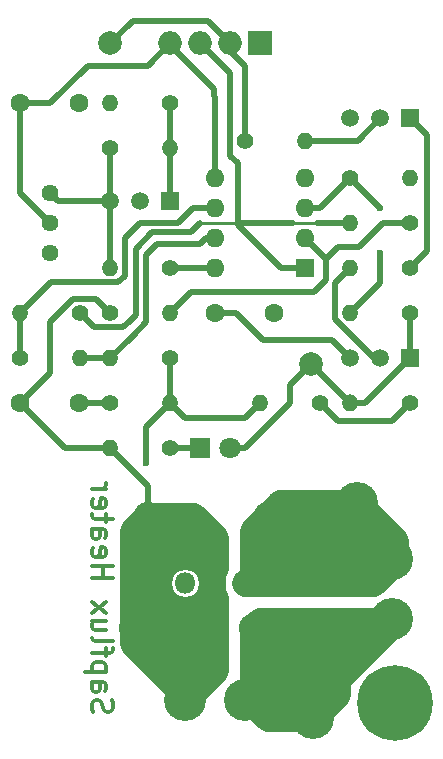
<source format=gbr>
G04 #@! TF.FileFunction,Copper,L2,Bot,Signal*
%FSLAX46Y46*%
G04 Gerber Fmt 4.6, Leading zero omitted, Abs format (unit mm)*
G04 Created by KiCad (PCBNEW 4.0.6-e0-6349~53~ubuntu16.04.1) date Wed May 31 11:55:21 2017*
%MOMM*%
%LPD*%
G01*
G04 APERTURE LIST*
%ADD10C,0.100000*%
%ADD11C,0.330200*%
%ADD12C,3.556000*%
%ADD13C,2.413000*%
%ADD14O,2.413000X2.413000*%
%ADD15O,1.800000X1.800000*%
%ADD16C,1.905000*%
%ADD17C,1.600000*%
%ADD18R,1.800000X1.800000*%
%ADD19C,1.800000*%
%ADD20O,1.998980X1.998980*%
%ADD21R,1.998980X1.998980*%
%ADD22C,1.400000*%
%ADD23O,1.400000X1.400000*%
%ADD24C,1.440000*%
%ADD25C,1.998980*%
%ADD26C,2.794000*%
%ADD27O,2.794000X2.794000*%
%ADD28C,1.520000*%
%ADD29R,1.520000X1.520000*%
%ADD30C,6.400000*%
%ADD31R,1.600000X1.600000*%
%ADD32O,1.600000X1.600000*%
%ADD33C,0.600000*%
%ADD34C,0.508000*%
%ADD35C,2.286000*%
%ADD36C,0.254000*%
G04 APERTURE END LIST*
D10*
D11*
X8678333Y-60409667D02*
X8593667Y-60155667D01*
X8593667Y-59732334D01*
X8678333Y-59563001D01*
X8763000Y-59478334D01*
X8932333Y-59393667D01*
X9101667Y-59393667D01*
X9271000Y-59478334D01*
X9355667Y-59563001D01*
X9440333Y-59732334D01*
X9525000Y-60071001D01*
X9609667Y-60240334D01*
X9694333Y-60325001D01*
X9863667Y-60409667D01*
X10033000Y-60409667D01*
X10202333Y-60325001D01*
X10287000Y-60240334D01*
X10371667Y-60071001D01*
X10371667Y-59647667D01*
X10287000Y-59393667D01*
X8593667Y-57869668D02*
X9525000Y-57869668D01*
X9694333Y-57954334D01*
X9779000Y-58123668D01*
X9779000Y-58462334D01*
X9694333Y-58631668D01*
X8678333Y-57869668D02*
X8593667Y-58039001D01*
X8593667Y-58462334D01*
X8678333Y-58631668D01*
X8847667Y-58716334D01*
X9017000Y-58716334D01*
X9186333Y-58631668D01*
X9271000Y-58462334D01*
X9271000Y-58039001D01*
X9355667Y-57869668D01*
X9779000Y-57023001D02*
X8001000Y-57023001D01*
X9694333Y-57023001D02*
X9779000Y-56853667D01*
X9779000Y-56515001D01*
X9694333Y-56345667D01*
X9609667Y-56261001D01*
X9440333Y-56176334D01*
X8932333Y-56176334D01*
X8763000Y-56261001D01*
X8678333Y-56345667D01*
X8593667Y-56515001D01*
X8593667Y-56853667D01*
X8678333Y-57023001D01*
X9779000Y-55668334D02*
X9779000Y-54991000D01*
X8593667Y-55414334D02*
X10117667Y-55414334D01*
X10287000Y-55329667D01*
X10371667Y-55160334D01*
X10371667Y-54991000D01*
X8593667Y-54144334D02*
X8678333Y-54313667D01*
X8847667Y-54398334D01*
X10371667Y-54398334D01*
X9779000Y-52705001D02*
X8593667Y-52705001D01*
X9779000Y-53467001D02*
X8847667Y-53467001D01*
X8678333Y-53382334D01*
X8593667Y-53213001D01*
X8593667Y-52959001D01*
X8678333Y-52789667D01*
X8763000Y-52705001D01*
X8593667Y-52027667D02*
X9779000Y-51096334D01*
X9779000Y-52027667D02*
X8593667Y-51096334D01*
X8593667Y-49064334D02*
X10371667Y-49064334D01*
X9525000Y-49064334D02*
X9525000Y-48048334D01*
X8593667Y-48048334D02*
X10371667Y-48048334D01*
X8678333Y-46524333D02*
X8593667Y-46693667D01*
X8593667Y-47032333D01*
X8678333Y-47201667D01*
X8847667Y-47286333D01*
X9525000Y-47286333D01*
X9694333Y-47201667D01*
X9779000Y-47032333D01*
X9779000Y-46693667D01*
X9694333Y-46524333D01*
X9525000Y-46439667D01*
X9355667Y-46439667D01*
X9186333Y-47286333D01*
X8593667Y-44915667D02*
X9525000Y-44915667D01*
X9694333Y-45000333D01*
X9779000Y-45169667D01*
X9779000Y-45508333D01*
X9694333Y-45677667D01*
X8678333Y-44915667D02*
X8593667Y-45085000D01*
X8593667Y-45508333D01*
X8678333Y-45677667D01*
X8847667Y-45762333D01*
X9017000Y-45762333D01*
X9186333Y-45677667D01*
X9271000Y-45508333D01*
X9271000Y-45085000D01*
X9355667Y-44915667D01*
X9779000Y-44323000D02*
X9779000Y-43645666D01*
X10371667Y-44069000D02*
X8847667Y-44069000D01*
X8678333Y-43984333D01*
X8593667Y-43815000D01*
X8593667Y-43645666D01*
X8678333Y-42375666D02*
X8593667Y-42545000D01*
X8593667Y-42883666D01*
X8678333Y-43053000D01*
X8847667Y-43137666D01*
X9525000Y-43137666D01*
X9694333Y-43053000D01*
X9779000Y-42883666D01*
X9779000Y-42545000D01*
X9694333Y-42375666D01*
X9525000Y-42291000D01*
X9355667Y-42291000D01*
X9186333Y-43137666D01*
X8593667Y-41529000D02*
X9779000Y-41529000D01*
X9440333Y-41529000D02*
X9609667Y-41444333D01*
X9694333Y-41359666D01*
X9779000Y-41190333D01*
X9779000Y-41021000D01*
D12*
X34036000Y-47498000D03*
X34036000Y-52578000D03*
D13*
X22225000Y-53340000D03*
D14*
X12065000Y-53340000D03*
D13*
X13335000Y-43815000D03*
D14*
X23495000Y-43815000D03*
D12*
X27305000Y-60960000D03*
X21590000Y-59436000D03*
X16510000Y-59436000D03*
D15*
X16510000Y-49530000D03*
X19050000Y-49530000D03*
D16*
X21590000Y-49530000D03*
D17*
X19050000Y-26670000D03*
X24050000Y-26670000D03*
X2540000Y-8890000D03*
X7540000Y-8890000D03*
X2540000Y-34290000D03*
X7540000Y-34290000D03*
D18*
X17780000Y-38100000D03*
D19*
X20320000Y-38100000D03*
D20*
X15240000Y-3810000D03*
D21*
X22860000Y-3810000D03*
D20*
X20320000Y-3810000D03*
X17780000Y-3810000D03*
D22*
X10160000Y-12700000D03*
D23*
X15240000Y-12700000D03*
D22*
X15240000Y-8890000D03*
D23*
X10160000Y-8890000D03*
D22*
X15240000Y-22860000D03*
D23*
X10160000Y-22860000D03*
D22*
X7620000Y-26670000D03*
D23*
X2540000Y-26670000D03*
D22*
X2540000Y-30480000D03*
D23*
X7620000Y-30480000D03*
D22*
X27940000Y-34290000D03*
D23*
X22860000Y-34290000D03*
D22*
X35560000Y-19050000D03*
D23*
X30480000Y-19050000D03*
D22*
X30480000Y-15240000D03*
D23*
X35560000Y-15240000D03*
D22*
X35560000Y-26670000D03*
D23*
X30480000Y-26670000D03*
D22*
X10160000Y-26670000D03*
D23*
X15240000Y-26670000D03*
D22*
X15240000Y-30480000D03*
D23*
X10160000Y-30480000D03*
D22*
X15240000Y-38100000D03*
D23*
X10160000Y-38100000D03*
D22*
X10160000Y-34290000D03*
D23*
X15240000Y-34290000D03*
D24*
X5080000Y-16510000D03*
X5080000Y-19050000D03*
X5080000Y-21590000D03*
D25*
X10160000Y-3810000D03*
D22*
X21590000Y-12065000D03*
D23*
X26670000Y-12065000D03*
D22*
X35560000Y-34290000D03*
D23*
X30480000Y-34290000D03*
D22*
X35560000Y-22860000D03*
D23*
X30480000Y-22860000D03*
D26*
X27305000Y-56515000D03*
D27*
X27305000Y-43815000D03*
D12*
X31050000Y-42750000D03*
D28*
X33020000Y-10160000D03*
X30480000Y-10160000D03*
D29*
X35560000Y-10160000D03*
D28*
X33020000Y-30480000D03*
X30480000Y-30480000D03*
D29*
X35560000Y-30480000D03*
D28*
X12700000Y-17145000D03*
X10160000Y-17145000D03*
D29*
X15240000Y-17145000D03*
D30*
X34290000Y-59690000D03*
D31*
X26670000Y-22860000D03*
D32*
X19050000Y-15240000D03*
X26670000Y-20320000D03*
X19050000Y-17780000D03*
X26670000Y-17780000D03*
X19050000Y-20320000D03*
X26670000Y-15240000D03*
X19050000Y-22860000D03*
D25*
X27178000Y-30988000D03*
D33*
X13208000Y-39370000D03*
X33020000Y-17780000D03*
X33020000Y-21590000D03*
D34*
X30480000Y-30480000D02*
X28956000Y-28956000D01*
X20828000Y-26670000D02*
X19050000Y-26670000D01*
X23114000Y-28956000D02*
X20828000Y-26670000D01*
X28956000Y-28956000D02*
X23114000Y-28956000D01*
X19050000Y-22860000D02*
X15240000Y-22860000D01*
D35*
X23495000Y-43815000D02*
X22225000Y-45085000D01*
X22225000Y-45085000D02*
X22225000Y-48892462D01*
X22225000Y-48892462D02*
X21587462Y-49530000D01*
X21587462Y-49530000D02*
X21590000Y-49530000D01*
X34290000Y-47625000D02*
X32385000Y-49530000D01*
X32385000Y-49530000D02*
X21587462Y-49530000D01*
X34290000Y-47625000D02*
X34290000Y-45990000D01*
X34290000Y-45990000D02*
X31050000Y-42750000D01*
X31050000Y-42750000D02*
X28370000Y-42750000D01*
X28370000Y-42750000D02*
X24560000Y-42750000D01*
X24560000Y-42750000D02*
X23495000Y-43815000D01*
D34*
X18986500Y-8318500D02*
X18986500Y-7683500D01*
X19050000Y-8382000D02*
X19050000Y-15240000D01*
X18986500Y-8318500D02*
X19050000Y-8382000D01*
X18986500Y-7683500D02*
X15240000Y-3937000D01*
D36*
X15240000Y-3937000D02*
X15240000Y-3810000D01*
D34*
X15240000Y-3810000D02*
X13335000Y-5715000D01*
X5080000Y-8890000D02*
X8255000Y-5715000D01*
X2540000Y-8890000D02*
X5080000Y-8890000D01*
X13335000Y-5715000D02*
X8255000Y-5715000D01*
X2540000Y-10160000D02*
X2540000Y-8890000D01*
X2540000Y-16510000D02*
X5080000Y-19050000D01*
X2540000Y-10160000D02*
X2540000Y-16510000D01*
D36*
X15240000Y-3810000D02*
X15240000Y-4572000D01*
D34*
X13335000Y-43815000D02*
X13335000Y-41275000D01*
X13335000Y-41275000D02*
X10160000Y-38100000D01*
X19050000Y-49530000D02*
X19050000Y-50800000D01*
X19050000Y-50800000D02*
X19685000Y-51435000D01*
X19685000Y-48260000D02*
X19050000Y-48895000D01*
X19685000Y-51435000D02*
X19685000Y-48260000D01*
X19050000Y-48895000D02*
X19050000Y-49530000D01*
D35*
X16510000Y-59436000D02*
X19050000Y-56896000D01*
X19050000Y-56896000D02*
X19050000Y-50800000D01*
X19050000Y-48260000D02*
X19050000Y-46990000D01*
X17145000Y-43815000D02*
X19050000Y-45720000D01*
X19050000Y-45720000D02*
X19050000Y-46990000D01*
X17145000Y-43815000D02*
X13335000Y-43815000D01*
X16510000Y-59055000D02*
X12065000Y-54610000D01*
X12065000Y-54610000D02*
X12065000Y-53340000D01*
D34*
X10160000Y-38100000D02*
X6350000Y-38100000D01*
X6350000Y-38100000D02*
X2540000Y-34290000D01*
X19050000Y-49530000D02*
X15875000Y-52705000D01*
X15875000Y-52705000D02*
X12700000Y-52705000D01*
X12700000Y-52705000D02*
X12065000Y-53340000D01*
X2540000Y-34290000D02*
X5080000Y-31750000D01*
D35*
X13335000Y-43815000D02*
X12065000Y-45085000D01*
X12065000Y-45085000D02*
X12065000Y-53340000D01*
D34*
X10160000Y-26670000D02*
X8954539Y-25464539D01*
X8954539Y-25464539D02*
X7041378Y-25464539D01*
X7041378Y-25464539D02*
X5080000Y-27425917D01*
X5080000Y-27425917D02*
X5080000Y-31750000D01*
X12065000Y-28575000D02*
X10160000Y-30480000D01*
X10160000Y-30480000D02*
X7620000Y-30480000D01*
X13208000Y-27432000D02*
X12065000Y-28575000D01*
X17653000Y-20827998D02*
X14097002Y-20827998D01*
X18287998Y-20320000D02*
X17780000Y-20827998D01*
D36*
X17780000Y-20827998D02*
X17653000Y-20827998D01*
D34*
X13208000Y-21717000D02*
X13208000Y-27432000D01*
X14097002Y-20827998D02*
X13208000Y-21717000D01*
X19050000Y-20320000D02*
X18287998Y-20320000D01*
X13208000Y-39370000D02*
X13208000Y-36322000D01*
X22860000Y-34290000D02*
X21590000Y-35560000D01*
X15240000Y-34290000D02*
X16510000Y-35560000D01*
X16510000Y-35560000D02*
X21590000Y-35560000D01*
X13208000Y-36322000D02*
X15240000Y-34290000D01*
X15240000Y-34290000D02*
X15240000Y-30480000D01*
X15240000Y-17145000D02*
X15240000Y-12700000D01*
X15240000Y-12700000D02*
X15240000Y-8890000D01*
D36*
X27686000Y-19050000D02*
X25654000Y-19050000D01*
D34*
X30226000Y-19050000D02*
X27686000Y-19050000D01*
X25654000Y-19050000D02*
X20955000Y-19050000D01*
X7620000Y-26670000D02*
X8825461Y-27875461D01*
X8825461Y-27875461D02*
X11240539Y-27875461D01*
X11240539Y-27875461D02*
X11811000Y-27305000D01*
X12319000Y-26797000D02*
X11811000Y-27305000D01*
X17780000Y-19050000D02*
X17017998Y-19812002D01*
X12319000Y-21209000D02*
X12319000Y-26797000D01*
X13715998Y-19812002D02*
X12319000Y-21209000D01*
X17017998Y-19812002D02*
X13715998Y-19812002D01*
X20955000Y-19050000D02*
X20955000Y-19177000D01*
X20955000Y-19177000D02*
X24638000Y-22860000D01*
D36*
X17780000Y-19050000D02*
X20955000Y-19050000D01*
D34*
X20320000Y-6350000D02*
X20320000Y-13335000D01*
X20320000Y-13335000D02*
X20955000Y-13970000D01*
X20955000Y-19050000D02*
X20955000Y-13970000D01*
X20320000Y-6350000D02*
X17780000Y-3810000D01*
X26670000Y-22860000D02*
X24638000Y-22860000D01*
X10160000Y-34290000D02*
X7540000Y-34290000D01*
X15240000Y-38100000D02*
X17780000Y-38100000D01*
X10160000Y-17145000D02*
X5715000Y-17145000D01*
X5715000Y-17145000D02*
X5080000Y-16510000D01*
X10160000Y-22860000D02*
X10160000Y-17145000D01*
X10160000Y-17145000D02*
X10160000Y-12700000D01*
X2540000Y-26670000D02*
X5144539Y-24065461D01*
X5144539Y-24065461D02*
X10859539Y-24065461D01*
X10859539Y-24065461D02*
X11430000Y-23495000D01*
X19050000Y-17780000D02*
X17145000Y-17780000D01*
X15875000Y-19050000D02*
X12700000Y-19050000D01*
X17145000Y-17780000D02*
X15875000Y-19050000D01*
X12700000Y-19050000D02*
X11430000Y-20320000D01*
X11430000Y-20320000D02*
X11430000Y-23495000D01*
X2540000Y-26670000D02*
X2540000Y-30480000D01*
X35560000Y-19050000D02*
X33274000Y-19050000D01*
X29464000Y-21082000D02*
X28448000Y-22098000D01*
X31242000Y-21082000D02*
X29464000Y-21082000D01*
X33274000Y-19050000D02*
X31242000Y-21082000D01*
X15240000Y-26670000D02*
X17018000Y-24892000D01*
X28448000Y-22098000D02*
X26670000Y-20320000D01*
X28448000Y-23876000D02*
X28448000Y-22098000D01*
X27432000Y-24892000D02*
X28448000Y-23876000D01*
X17018000Y-24892000D02*
X27432000Y-24892000D01*
X30480000Y-26670000D02*
X33020000Y-24130000D01*
X33020000Y-17780000D02*
X30480000Y-15240000D01*
X33020000Y-24130000D02*
X33020000Y-21590000D01*
X29210000Y-16510000D02*
X27940000Y-17780000D01*
X27940000Y-17780000D02*
X26670000Y-17780000D01*
X29210000Y-16510000D02*
X30480000Y-15240000D01*
D35*
X22225000Y-53340000D02*
X22860000Y-52705000D01*
D34*
X29210000Y-33020000D02*
X27178000Y-30988000D01*
X27178000Y-30988000D02*
X25400000Y-32766000D01*
X25400000Y-32766000D02*
X25400000Y-34290000D01*
X35560000Y-30480000D02*
X31750000Y-34290000D01*
X31750000Y-34290000D02*
X30480000Y-34290000D01*
X35560000Y-30480000D02*
X35560000Y-26670000D01*
X29210000Y-33020000D02*
X30480000Y-34290000D01*
X30480000Y-34290000D02*
X30480000Y-33782000D01*
X20320000Y-38100000D02*
X21590000Y-38100000D01*
X21590000Y-38100000D02*
X25400000Y-34290000D01*
D35*
X22225000Y-53340000D02*
X22225000Y-58420000D01*
X22225000Y-58420000D02*
X21590000Y-59055000D01*
X27305000Y-60960000D02*
X23495000Y-60960000D01*
X23495000Y-60960000D02*
X21590000Y-59055000D01*
X27305000Y-60960000D02*
X29337000Y-58928000D01*
X29337000Y-58928000D02*
X29337000Y-57658000D01*
X34290000Y-52705000D02*
X29337000Y-57658000D01*
X29337000Y-57658000D02*
X27305000Y-59690000D01*
X27305000Y-59690000D02*
X27305000Y-60960000D01*
X22225000Y-59055000D02*
X21590000Y-59690000D01*
X22860000Y-52705000D02*
X34290000Y-52705000D01*
D34*
X20320000Y-3810000D02*
X18415000Y-1905000D01*
X18415000Y-1905000D02*
X12065000Y-1905000D01*
X12065000Y-1905000D02*
X10160000Y-3810000D01*
X21590000Y-5715000D02*
X21590000Y-12065000D01*
X21590000Y-5715000D02*
X20320000Y-4445000D01*
D36*
X20320000Y-4445000D02*
X20320000Y-3810000D01*
X20320000Y-3810000D02*
X20320000Y-4318000D01*
D34*
X31115000Y-12065000D02*
X33020000Y-10160000D01*
X26670000Y-12065000D02*
X31115000Y-12065000D01*
X35560000Y-22860000D02*
X37020500Y-21399500D01*
X37020500Y-21399500D02*
X37020500Y-11620500D01*
X37020500Y-11620500D02*
X35560000Y-10160000D01*
X30480000Y-22860000D02*
X29210000Y-24130000D01*
X29210000Y-27178000D02*
X32512000Y-30480000D01*
X29210000Y-24130000D02*
X29210000Y-27178000D01*
X32512000Y-30480000D02*
X33020000Y-30480000D01*
X27940000Y-34290000D02*
X29464000Y-35814000D01*
X34036000Y-35814000D02*
X35560000Y-34290000D01*
X29464000Y-35814000D02*
X34036000Y-35814000D01*
D36*
G36*
X34014185Y-52961953D02*
X27384250Y-60819653D01*
X27245573Y-60789506D01*
X27195165Y-60788787D01*
X27148449Y-60807736D01*
X27133911Y-60820450D01*
X21475858Y-59590438D01*
X22211235Y-53462296D01*
X22329201Y-53457276D01*
X22378141Y-53445179D01*
X22418518Y-53414994D01*
X22443971Y-53371478D01*
X22449964Y-53344948D01*
X22465464Y-53210614D01*
X33784702Y-52969780D01*
X33787400Y-52969694D01*
X34002908Y-52960523D01*
X34014185Y-52961953D01*
X34014185Y-52961953D01*
G37*
X34014185Y-52961953D02*
X27384250Y-60819653D01*
X27245573Y-60789506D01*
X27195165Y-60788787D01*
X27148449Y-60807736D01*
X27133911Y-60820450D01*
X21475858Y-59590438D01*
X22211235Y-53462296D01*
X22329201Y-53457276D01*
X22378141Y-53445179D01*
X22418518Y-53414994D01*
X22443971Y-53371478D01*
X22449964Y-53344948D01*
X22465464Y-53210614D01*
X33784702Y-52969780D01*
X33787400Y-52969694D01*
X34002908Y-52960523D01*
X34014185Y-52961953D01*
G36*
X17210628Y-45325017D02*
X18793368Y-46542510D01*
X18669110Y-49524713D01*
X18669000Y-49530000D01*
X18669000Y-57097394D01*
X16271801Y-59494593D01*
X11816483Y-53306651D01*
X12313410Y-49530000D01*
X15203904Y-49530000D01*
X15301414Y-50020217D01*
X15579100Y-50435804D01*
X15994687Y-50713490D01*
X16484904Y-50811000D01*
X16535096Y-50811000D01*
X17025313Y-50713490D01*
X17440900Y-50435804D01*
X17718586Y-50020217D01*
X17816096Y-49530000D01*
X17718586Y-49039783D01*
X17440900Y-48624196D01*
X17025313Y-48346510D01*
X16535096Y-48249000D01*
X16484904Y-48249000D01*
X15994687Y-48346510D01*
X15579100Y-48624196D01*
X15301414Y-49039783D01*
X15203904Y-49530000D01*
X12313410Y-49530000D01*
X13059476Y-43859905D01*
X17210628Y-45325017D01*
X17210628Y-45325017D01*
G37*
X17210628Y-45325017D02*
X18793368Y-46542510D01*
X18669110Y-49524713D01*
X18669000Y-49530000D01*
X18669000Y-57097394D01*
X16271801Y-59494593D01*
X11816483Y-53306651D01*
X12313410Y-49530000D01*
X15203904Y-49530000D01*
X15301414Y-50020217D01*
X15579100Y-50435804D01*
X15994687Y-50713490D01*
X16484904Y-50811000D01*
X16535096Y-50811000D01*
X17025313Y-50713490D01*
X17440900Y-50435804D01*
X17718586Y-50020217D01*
X17816096Y-49530000D01*
X17718586Y-49039783D01*
X17440900Y-48624196D01*
X17025313Y-48346510D01*
X16535096Y-48249000D01*
X16484904Y-48249000D01*
X15994687Y-48346510D01*
X15579100Y-48624196D01*
X15301414Y-49039783D01*
X15203904Y-49530000D01*
X12313410Y-49530000D01*
X13059476Y-43859905D01*
X17210628Y-45325017D01*
G36*
X34125668Y-47482726D02*
X32205394Y-49403000D01*
X21763683Y-49403000D01*
X23465477Y-44054506D01*
X30928945Y-42810594D01*
X34125668Y-47482726D01*
X34125668Y-47482726D01*
G37*
X34125668Y-47482726D02*
X32205394Y-49403000D01*
X21763683Y-49403000D01*
X23465477Y-44054506D01*
X30928945Y-42810594D01*
X34125668Y-47482726D01*
M02*

</source>
